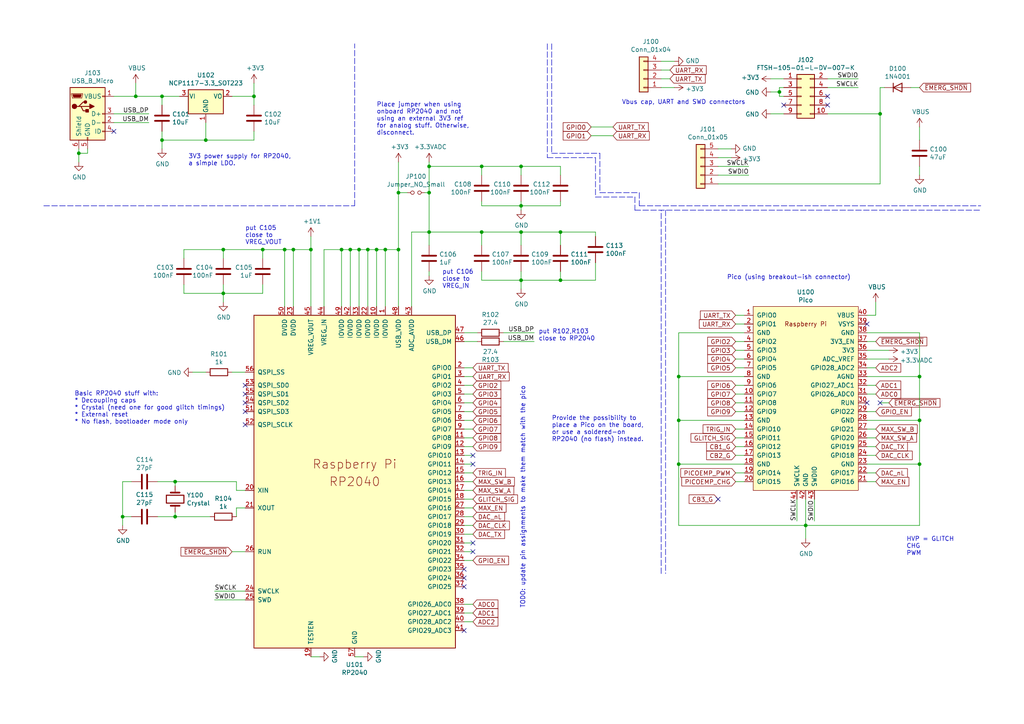
<source format=kicad_sch>
(kicad_sch (version 20211123) (generator eeschema)
  (paper "A4")
  (lib_symbols
    (symbol "Connector:USB_B_Micro" (pin_names (offset 1.016))
      (property "Reference" "J" (at -5.08 11.43 0))
      (property "Value" "USB_B_Micro" (at -5.08 8.89 0))
      (symbol "USB_B_Micro_1_1"
        (pin power_out line (at 7.62 5.08 180) (length 2.54) (name "VBUS") (number "1"))
        (pin bidirectional line (at 7.62 -2.54 180) (length 2.54) (name "D-") (number "2"))
        (pin bidirectional line (at 7.62 0 180) (length 2.54) (name "D+") (number "3"))
        (pin passive line (at 7.62 -5.08 180) (length 2.54) (name "ID") (number "4"))
        (pin power_out line (at 0 -10.16 90) (length 2.54) (name "GND") (number "5"))
        (pin passive line (at -2.54 -10.16 90) (length 2.54) (name "Shield") (number "6"))
      )
    )
    (symbol "Connector_Generic:Conn_01x04" (pin_names (offset 1.016) hide)
      (property "Reference" "J" (at 0 5.08 0))
      (property "Value" "Conn_01x04" (at 0 -7.62 0))
      (symbol "Conn_01x04_1_1"
        (pin passive line (at -5.08 2.54 0) (length 3.81) (name "Pin_1") (number "1"))
        (pin passive line (at -5.08 0 0) (length 3.81) (name "Pin_2") (number "2"))
        (pin passive line (at -5.08 -2.54 0) (length 3.81) (name "Pin_3") (number "3"))
        (pin passive line (at -5.08 -5.08 0) (length 3.81) (name "Pin_4") (number "4"))
      )
    )
    (symbol "Connector_Generic:Conn_01x05" (pin_names (offset 1.016) hide)
      (property "Reference" "J" (at 0 7.62 0))
      (property "Value" "Conn_01x05" (at 0 -7.62 0))
      (symbol "Conn_01x05_1_1"
        (pin passive line (at -5.08 5.08 0) (length 3.81) (name "Pin_1") (number "1"))
        (pin passive line (at -5.08 2.54 0) (length 3.81) (name "Pin_2") (number "2"))
        (pin passive line (at -5.08 0 0) (length 3.81) (name "Pin_3") (number "3"))
        (pin passive line (at -5.08 -2.54 0) (length 3.81) (name "Pin_4") (number "4"))
        (pin passive line (at -5.08 -5.08 0) (length 3.81) (name "Pin_5") (number "5"))
      )
    )
    (symbol "Connector_Generic:Conn_02x05_Odd_Even" (pin_names (offset 1.016) hide)
      (property "Reference" "J" (at 1.27 7.62 0))
      (property "Value" "Conn_02x05_Odd_Even" (at 1.27 -7.62 0))
      (symbol "Conn_02x05_Odd_Even_1_1"
        (pin passive line (at -5.08 5.08 0) (length 3.81) (name "Pin_1") (number "1"))
        (pin passive line (at 7.62 -5.08 180) (length 3.81) (name "Pin_10") (number "10"))
        (pin passive line (at 7.62 5.08 180) (length 3.81) (name "Pin_2") (number "2"))
        (pin passive line (at -5.08 2.54 0) (length 3.81) (name "Pin_3") (number "3"))
        (pin passive line (at 7.62 2.54 180) (length 3.81) (name "Pin_4") (number "4"))
        (pin passive line (at -5.08 0 0) (length 3.81) (name "Pin_5") (number "5"))
        (pin passive line (at 7.62 0 180) (length 3.81) (name "Pin_6") (number "6"))
        (pin passive line (at -5.08 -2.54 0) (length 3.81) (name "Pin_7") (number "7"))
        (pin passive line (at 7.62 -2.54 180) (length 3.81) (name "Pin_8") (number "8"))
        (pin passive line (at -5.08 -5.08 0) (length 3.81) (name "Pin_9") (number "9"))
      )
    )
    (symbol "Device:C" (pin_numbers hide) (pin_names (offset 0.254))
      (property "Reference" "C" (at 0.635 2.54 0))
      (property "Value" "C" (at 0.635 -2.54 0))
      (symbol "C_1_1"
        (pin passive line (at 0 3.81 270) (length 2.794) (name "~") (number "1"))
        (pin passive line (at 0 -3.81 90) (length 2.794) (name "~") (number "2"))
      )
    )
    (symbol "Device:Crystal" (pin_numbers hide) (pin_names (offset 1.016) hide)
      (property "Reference" "Y" (at 0 3.81 0))
      (property "Value" "Crystal" (at 0 -3.81 0))
      (symbol "Crystal_1_1"
        (pin passive line (at -3.81 0 0) (length 1.27) (name "1") (number "1"))
        (pin passive line (at 3.81 0 180) (length 1.27) (name "2") (number "2"))
      )
    )
    (symbol "Device:D" (pin_numbers hide) (pin_names (offset 1.016) hide)
      (property "Reference" "D" (at 0 2.54 0))
      (property "Value" "D" (at 0 -2.54 0))
      (symbol "D_1_1"
        (pin passive line (at -3.81 0 0) (length 2.54) (name "K") (number "1"))
        (pin passive line (at 3.81 0 180) (length 2.54) (name "A") (number "2"))
      )
    )
    (symbol "Device:Jumper_NO_Small" (pin_numbers hide) (pin_names (offset 0.762) hide)
      (property "Reference" "JP" (at 0 2.032 0))
      (property "Value" "Device_Jumper_NO_Small" (at 0.254 -1.524 0))
      (symbol "Jumper_NO_Small_0_1"
        (pin passive line (at -2.54 0 0) (length 1.016) (name "1") (number "1"))
        (pin passive line (at 2.54 0 180) (length 1.016) (name "2") (number "2"))
      )
    )
    (symbol "Device:R" (pin_numbers hide) (pin_names (offset 0))
      (property "Reference" "R" (at 2.032 0 90))
      (property "Value" "R" (at 0 0 90))
      (symbol "R_1_1"
        (pin passive line (at 0 3.81 270) (length 1.27) (name "~") (number "1"))
        (pin passive line (at 0 -3.81 90) (length 1.27) (name "~") (number "2"))
      )
    )
    (symbol "MCU_RaspberryPi_and_Boards:Pico" (pin_names (offset 1.016))
      (property "Reference" "U" (at -13.97 27.94 0))
      (property "Value" "Pico" (at 0 19.05 0))
      (symbol "Pico_0_0"
        (text "Raspberry Pi" (at 0 21.59 0) (effects (font (size 1.27 1.27))))
      )
      (symbol "Pico_1_1"
        (pin bidirectional line (at -17.78 24.13 0) (length 2.54) (name "GPIO0") (number "1"))
        (pin bidirectional line (at -17.78 1.27 0) (length 2.54) (name "GPIO7") (number "10"))
        (pin bidirectional line (at -17.78 -1.27 0) (length 2.54) (name "GPIO8") (number "11"))
        (pin bidirectional line (at -17.78 -3.81 0) (length 2.54) (name "GPIO9") (number "12"))
        (pin power_in line (at -17.78 -6.35 0) (length 2.54) (name "GND") (number "13"))
        (pin bidirectional line (at -17.78 -8.89 0) (length 2.54) (name "GPIO10") (number "14"))
        (pin bidirectional line (at -17.78 -11.43 0) (length 2.54) (name "GPIO11") (number "15"))
        (pin bidirectional line (at -17.78 -13.97 0) (length 2.54) (name "GPIO12") (number "16"))
        (pin bidirectional line (at -17.78 -16.51 0) (length 2.54) (name "GPIO13") (number "17"))
        (pin power_in line (at -17.78 -19.05 0) (length 2.54) (name "GND") (number "18"))
        (pin bidirectional line (at -17.78 -21.59 0) (length 2.54) (name "GPIO14") (number "19"))
        (pin bidirectional line (at -17.78 21.59 0) (length 2.54) (name "GPIO1") (number "2"))
        (pin bidirectional line (at -17.78 -24.13 0) (length 2.54) (name "GPIO15") (number "20"))
        (pin bidirectional line (at 17.78 -24.13 180) (length 2.54) (name "GPIO16") (number "21"))
        (pin bidirectional line (at 17.78 -21.59 180) (length 2.54) (name "GPIO17") (number "22"))
        (pin power_in line (at 17.78 -19.05 180) (length 2.54) (name "GND") (number "23"))
        (pin bidirectional line (at 17.78 -16.51 180) (length 2.54) (name "GPIO18") (number "24"))
        (pin bidirectional line (at 17.78 -13.97 180) (length 2.54) (name "GPIO19") (number "25"))
        (pin bidirectional line (at 17.78 -11.43 180) (length 2.54) (name "GPIO20") (number "26"))
        (pin bidirectional line (at 17.78 -8.89 180) (length 2.54) (name "GPIO21") (number "27"))
        (pin power_in line (at 17.78 -6.35 180) (length 2.54) (name "GND") (number "28"))
        (pin bidirectional line (at 17.78 -3.81 180) (length 2.54) (name "GPIO22") (number "29"))
        (pin power_in line (at -17.78 19.05 0) (length 2.54) (name "GND") (number "3"))
        (pin input line (at 17.78 -1.27 180) (length 2.54) (name "RUN") (number "30"))
        (pin bidirectional line (at 17.78 1.27 180) (length 2.54) (name "GPIO26_ADC0") (number "31"))
        (pin bidirectional line (at 17.78 3.81 180) (length 2.54) (name "GPIO27_ADC1") (number "32"))
        (pin power_in line (at 17.78 6.35 180) (length 2.54) (name "AGND") (number "33"))
        (pin bidirectional line (at 17.78 8.89 180) (length 2.54) (name "GPIO28_ADC2") (number "34"))
        (pin unspecified line (at 17.78 11.43 180) (length 2.54) (name "ADC_VREF") (number "35"))
        (pin unspecified line (at 17.78 13.97 180) (length 2.54) (name "3V3") (number "36"))
        (pin input line (at 17.78 16.51 180) (length 2.54) (name "3V3_EN") (number "37"))
        (pin bidirectional line (at 17.78 19.05 180) (length 2.54) (name "GND") (number "38"))
        (pin unspecified line (at 17.78 21.59 180) (length 2.54) (name "VSYS") (number "39"))
        (pin bidirectional line (at -17.78 16.51 0) (length 2.54) (name "GPIO2") (number "4"))
        (pin unspecified line (at 17.78 24.13 180) (length 2.54) (name "VBUS") (number "40"))
        (pin input line (at -2.54 -29.21 90) (length 2.54) (name "SWCLK") (number "41"))
        (pin power_in line (at 0 -29.21 90) (length 2.54) (name "GND") (number "42"))
        (pin bidirectional line (at 2.54 -29.21 90) (length 2.54) (name "SWDIO") (number "43"))
        (pin bidirectional line (at -17.78 13.97 0) (length 2.54) (name "GPIO3") (number "5"))
        (pin bidirectional line (at -17.78 11.43 0) (length 2.54) (name "GPIO4") (number "6"))
        (pin bidirectional line (at -17.78 8.89 0) (length 2.54) (name "GPIO5") (number "7"))
        (pin power_in line (at -17.78 6.35 0) (length 2.54) (name "GND") (number "8"))
        (pin bidirectional line (at -17.78 3.81 0) (length 2.54) (name "GPIO6") (number "9"))
      )
    )
    (symbol "MCU_RaspberryPi_and_Boards:RP2040" (pin_names (offset 1.016))
      (property "Reference" "U" (at -29.21 49.53 0))
      (property "Value" "RP2040" (at 24.13 -49.53 0))
      (symbol "RP2040_0_0"
        (text "Raspberry Pi" (at 0 5.08 0) (effects (font (size 2.54 2.54))))
        (text "RP2040" (at 0 0 0) (effects (font (size 2.54 2.54))))
      )
      (symbol "RP2040_1_1"
        (pin power_in line (at 8.89 50.8 270) (length 2.54) (name "IOVDD") (number "1"))
        (pin power_in line (at 6.35 50.8 270) (length 2.54) (name "IOVDD") (number "10"))
        (pin bidirectional line (at 31.75 12.7 180) (length 2.54) (name "GPIO8") (number "11"))
        (pin bidirectional line (at 31.75 10.16 180) (length 2.54) (name "GPIO9") (number "12"))
        (pin bidirectional line (at 31.75 7.62 180) (length 2.54) (name "GPIO10") (number "13"))
        (pin bidirectional line (at 31.75 5.08 180) (length 2.54) (name "GPIO11") (number "14"))
        (pin bidirectional line (at 31.75 2.54 180) (length 2.54) (name "GPIO12") (number "15"))
        (pin bidirectional line (at 31.75 0 180) (length 2.54) (name "GPIO13") (number "16"))
        (pin bidirectional line (at 31.75 -2.54 180) (length 2.54) (name "GPIO14") (number "17"))
        (pin bidirectional line (at 31.75 -5.08 180) (length 2.54) (name "GPIO15") (number "18"))
        (pin passive line (at -12.7 -50.8 90) (length 2.54) (name "TESTEN") (number "19"))
        (pin bidirectional line (at 31.75 33.02 180) (length 2.54) (name "GPIO0") (number "2"))
        (pin input line (at -31.75 -2.54 0) (length 2.54) (name "XIN") (number "20"))
        (pin passive line (at -31.75 -7.62 0) (length 2.54) (name "XOUT") (number "21"))
        (pin power_in line (at 3.81 50.8 270) (length 2.54) (name "IOVDD") (number "22"))
        (pin power_in line (at -17.78 50.8 270) (length 2.54) (name "DVDD") (number "23"))
        (pin output line (at -31.75 -31.75 0) (length 2.54) (name "SWCLK") (number "24"))
        (pin bidirectional line (at -31.75 -34.29 0) (length 2.54) (name "SWD") (number "25"))
        (pin input line (at -31.75 -20.32 0) (length 2.54) (name "RUN") (number "26"))
        (pin bidirectional line (at 31.75 -7.62 180) (length 2.54) (name "GPIO16") (number "27"))
        (pin bidirectional line (at 31.75 -10.16 180) (length 2.54) (name "GPIO17") (number "28"))
        (pin bidirectional line (at 31.75 -12.7 180) (length 2.54) (name "GPIO18") (number "29"))
        (pin bidirectional line (at 31.75 30.48 180) (length 2.54) (name "GPIO1") (number "3"))
        (pin bidirectional line (at 31.75 -15.24 180) (length 2.54) (name "GPIO19") (number "30"))
        (pin bidirectional line (at 31.75 -17.78 180) (length 2.54) (name "GPIO20") (number "31"))
        (pin bidirectional line (at 31.75 -20.32 180) (length 2.54) (name "GPIO21") (number "32"))
        (pin power_in line (at 1.27 50.8 270) (length 2.54) (name "IOVDD") (number "33"))
        (pin bidirectional line (at 31.75 -22.86 180) (length 2.54) (name "GPIO22") (number "34"))
        (pin bidirectional line (at 31.75 -25.4 180) (length 2.54) (name "GPIO23") (number "35"))
        (pin bidirectional line (at 31.75 -27.94 180) (length 2.54) (name "GPIO24") (number "36"))
        (pin bidirectional line (at 31.75 -30.48 180) (length 2.54) (name "GPIO25") (number "37"))
        (pin bidirectional line (at 31.75 -35.56 180) (length 2.54) (name "GPIO26_ADC0") (number "38"))
        (pin bidirectional line (at 31.75 -38.1 180) (length 2.54) (name "GPIO27_ADC1") (number "39"))
        (pin bidirectional line (at 31.75 27.94 180) (length 2.54) (name "GPIO2") (number "4"))
        (pin bidirectional line (at 31.75 -40.64 180) (length 2.54) (name "GPIO28_ADC2") (number "40"))
        (pin bidirectional line (at 31.75 -43.18 180) (length 2.54) (name "GPIO29_ADC3") (number "41"))
        (pin power_in line (at -1.27 50.8 270) (length 2.54) (name "IOVDD") (number "42"))
        (pin power_in line (at 16.51 50.8 270) (length 2.54) (name "ADC_AVDD") (number "43"))
        (pin power_in line (at -8.89 50.8 270) (length 2.54) (name "VREG_IN") (number "44"))
        (pin power_out line (at -12.7 50.8 270) (length 2.54) (name "VREG_VOUT") (number "45"))
        (pin bidirectional line (at 31.75 40.64 180) (length 2.54) (name "USB_DM") (number "46"))
        (pin bidirectional line (at 31.75 43.18 180) (length 2.54) (name "USB_DP") (number "47"))
        (pin power_in line (at 12.7 50.8 270) (length 2.54) (name "USB_VDD") (number "48"))
        (pin power_in line (at -3.81 50.8 270) (length 2.54) (name "IOVDD") (number "49"))
        (pin bidirectional line (at 31.75 25.4 180) (length 2.54) (name "GPIO3") (number "5"))
        (pin power_in line (at -20.32 50.8 270) (length 2.54) (name "DVDD") (number "50"))
        (pin bidirectional line (at -31.75 20.32 0) (length 2.54) (name "QSPI_SD3") (number "51"))
        (pin output line (at -31.75 16.51 0) (length 2.54) (name "QSPI_SCLK") (number "52"))
        (pin bidirectional line (at -31.75 27.94 0) (length 2.54) (name "QSPI_SD0") (number "53"))
        (pin bidirectional line (at -31.75 22.86 0) (length 2.54) (name "QSPI_SD2") (number "54"))
        (pin bidirectional line (at -31.75 25.4 0) (length 2.54) (name "QSPI_SD1") (number "55"))
        (pin bidirectional line (at -31.75 31.75 0) (length 2.54) (name "QSPI_SS") (number "56"))
        (pin power_in line (at 0 -50.8 90) (length 2.54) (name "GND") (number "57"))
        (pin bidirectional line (at 31.75 22.86 180) (length 2.54) (name "GPIO4") (number "6"))
        (pin bidirectional line (at 31.75 20.32 180) (length 2.54) (name "GPIO5") (number "7"))
        (pin bidirectional line (at 31.75 17.78 180) (length 2.54) (name "GPIO6") (number "8"))
        (pin bidirectional line (at 31.75 15.24 180) (length 2.54) (name "GPIO7") (number "9"))
      )
    )
    (symbol "Regulator_Linear:NCP1117-3.3_SOT223" (pin_names (offset 0.254))
      (property "Reference" "U" (at -3.81 3.175 0))
      (property "Value" "NCP1117-3.3_SOT223" (at 0 3.175 0))
      (symbol "NCP1117-3.3_SOT223_1_1"
        (pin power_in line (at 0 -7.62 90) (length 2.54) (name "GND") (number "1"))
        (pin power_out line (at 7.62 0 180) (length 2.54) (name "VO") (number "2"))
        (pin power_in line (at -7.62 0 0) (length 2.54) (name "VI") (number "3"))
      )
    )
    (symbol "power:+1V1" (power) (pin_names (offset 0))
      (property "Value" "+1V1" (at 0 3.556 0))
      (symbol "+1V1_1_1"
        (pin power_in line (at 0 0 90) (length 0) hide (name "+1V1") (number "1"))
      )
    )
    (symbol "power:+3.3VADC" (power) (pin_names (offset 0))
      (property "Value" "+3.3VADC" (at 0 2.54 0))
      (symbol "+3.3VADC_0_0"
        (pin power_in line (at 0 0 90) (length 0) hide (name "+3.3VADC") (number "1"))
      )
    )
    (symbol "power:+3V3" (power) (pin_names (offset 0))
      (property "Value" "+3V3" (at 0 3.556 0))
      (symbol "+3V3_1_1"
        (pin power_in line (at 0 0 90) (length 0) hide (name "+3V3") (number "1"))
      )
    )
    (symbol "power:GND" (power) (pin_names (offset 0))
      (property "Value" "GND" (at 0 -3.81 0))
      (symbol "GND_1_1"
        (pin power_in line (at 0 0 270) (length 0) hide (name "GND") (number "1"))
      )
    )
    (symbol "power:VBUS" (power) (pin_names (offset 0))
      (property "Value" "VBUS" (at 0 3.81 0))
      (symbol "VBUS_1_1"
        (pin power_in line (at 0 0 90) (length 0) hide (name "VBUS") (number "1"))
      )
    )
  )
  (junction (at 233.68 152.4))
  (junction (at 151.13 81.28))
  (junction (at 82.55 72.39))
  (junction (at 266.7 109.22))
  (junction (at 90.17 72.39))
  (junction (at 59.69 40.64))
  (junction (at 162.56 67.31))
  (junction (at 104.14 72.39))
  (junction (at 106.68 72.39))
  (junction (at 115.57 55.88))
  (junction (at 124.46 55.88))
  (junction (at 196.85 134.62))
  (junction (at 76.2 72.39))
  (junction (at 255.27 33.02))
  (junction (at 111.76 72.39))
  (junction (at 109.22 72.39))
  (junction (at 139.7 67.31))
  (junction (at 99.06 72.39))
  (junction (at 115.57 72.39))
  (junction (at 46.99 40.64))
  (junction (at 139.7 48.26))
  (junction (at 124.46 67.31))
  (junction (at 39.37 27.94))
  (junction (at 196.85 109.22))
  (junction (at 124.46 48.26))
  (junction (at 50.8 139.7))
  (junction (at 266.7 121.92))
  (junction (at 266.7 134.62))
  (junction (at 151.13 59.69))
  (junction (at 50.8 149.86))
  (junction (at 22.86 44.45))
  (junction (at 64.77 85.09))
  (junction (at 85.09 72.39))
  (junction (at 151.13 67.31))
  (junction (at 226.06 26.67))
  (junction (at 151.13 48.26))
  (junction (at 35.56 149.86))
  (junction (at 64.77 72.39))
  (junction (at 196.85 121.92))
  (junction (at 101.6 72.39))
  (junction (at 73.66 27.94))
  (junction (at 46.99 27.94))
  (junction (at 162.56 81.28))
  (no_connect (at 251.46 116.84))
  (no_connect (at 134.62 170.18))
  (no_connect (at 134.62 182.88))
  (no_connect (at 71.12 114.3))
  (no_connect (at 71.12 123.19))
  (no_connect (at 227.33 30.48))
  (no_connect (at 137.16 160.02))
  (no_connect (at 33.02 38.1))
  (no_connect (at 255.27 116.84))
  (no_connect (at 71.12 111.76))
  (no_connect (at 240.03 27.94))
  (no_connect (at 134.62 167.64))
  (no_connect (at 251.46 93.98))
  (no_connect (at 137.16 132.08))
  (no_connect (at 137.16 134.62))
  (no_connect (at 137.16 157.48))
  (no_connect (at 208.28 144.78))
  (no_connect (at 134.62 165.1))
  (no_connect (at 71.12 119.38))
  (no_connect (at 240.03 30.48))
  (no_connect (at 71.12 116.84))
  (wire (pts (xy 67.31 107.95) (xy 71.12 107.95)))
  (wire (pts (xy 215.9 129.54) (xy 213.36 129.54)))
  (wire (pts (xy 137.16 157.48) (xy 134.62 157.48)))
  (wire (pts (xy 115.57 55.88) (xy 115.57 72.39)))
  (wire (pts (xy 139.7 67.31) (xy 151.13 67.31)))
  (wire (pts (xy 71.12 142.24) (xy 68.58 142.24)))
  (wire (pts (xy 226.06 26.67) (xy 223.52 26.67)))
  (wire (pts (xy 53.34 85.09) (xy 53.34 82.55)))
  (wire (pts (xy 53.34 72.39) (xy 64.77 72.39)))
  (wire (pts (xy 196.85 121.92) (xy 196.85 134.62)))
  (wire (pts (xy 251.46 132.08) (xy 254 132.08)))
  (wire (pts (xy 134.62 106.68) (xy 137.16 106.68)))
  (wire (pts (xy 151.13 59.69) (xy 162.56 59.69)))
  (wire (pts (xy 266.7 134.62) (xy 266.7 121.92)))
  (wire (pts (xy 134.62 119.38) (xy 137.16 119.38)))
  (wire (pts (xy 139.7 81.28) (xy 139.7 78.74)))
  (wire (pts (xy 146.05 96.52) (xy 154.94 96.52)))
  (wire (pts (xy 215.9 96.52) (xy 196.85 96.52)))
  (wire (pts (xy 266.7 40.64) (xy 266.7 36.83)))
  (polyline (pts (xy 185.42 55.88) (xy 185.42 59.69)))
  (wire (pts (xy 233.68 152.4) (xy 233.68 156.21)))
  (wire (pts (xy 226.06 27.94) (xy 227.33 27.94)))
  (polyline (pts (xy 173.99 44.45) (xy 173.99 55.88)))
  (wire (pts (xy 226.06 26.67) (xy 226.06 27.94)))
  (wire (pts (xy 50.8 140.97) (xy 50.8 139.7)))
  (wire (pts (xy 134.62 111.76) (xy 137.16 111.76)))
  (wire (pts (xy 137.16 124.46) (xy 134.62 124.46)))
  (wire (pts (xy 73.66 27.94) (xy 73.66 30.48)))
  (wire (pts (xy 134.62 132.08) (xy 137.16 132.08)))
  (wire (pts (xy 213.36 119.38) (xy 215.9 119.38)))
  (wire (pts (xy 162.56 59.69) (xy 162.56 58.42)))
  (wire (pts (xy 76.2 72.39) (xy 76.2 74.93)))
  (wire (pts (xy 171.45 36.83) (xy 177.8 36.83)))
  (wire (pts (xy 119.38 67.31) (xy 119.38 88.9)))
  (wire (pts (xy 257.81 101.6) (xy 251.46 101.6)))
  (wire (pts (xy 134.62 137.16) (xy 137.16 137.16)))
  (wire (pts (xy 266.7 50.8) (xy 266.7 48.26)))
  (wire (pts (xy 196.85 121.92) (xy 196.85 109.22)))
  (wire (pts (xy 151.13 81.28) (xy 139.7 81.28)))
  (wire (pts (xy 251.46 111.76) (xy 254 111.76)))
  (wire (pts (xy 137.16 177.8) (xy 134.62 177.8)))
  (wire (pts (xy 266.7 109.22) (xy 251.46 109.22)))
  (wire (pts (xy 171.45 39.37) (xy 177.8 39.37)))
  (wire (pts (xy 137.16 144.78) (xy 134.62 144.78)))
  (wire (pts (xy 45.72 149.86) (xy 50.8 149.86)))
  (polyline (pts (xy 158.75 12.7) (xy 158.75 45.72)))
  (polyline (pts (xy 172.72 57.15) (xy 184.15 57.15)))
  (wire (pts (xy 213.36 106.68) (xy 215.9 106.68)))
  (wire (pts (xy 208.28 53.34) (xy 255.27 53.34)))
  (wire (pts (xy 137.16 162.56) (xy 134.62 162.56)))
  (wire (pts (xy 73.66 40.64) (xy 73.66 38.1)))
  (wire (pts (xy 213.36 139.7) (xy 215.9 139.7)))
  (wire (pts (xy 162.56 81.28) (xy 151.13 81.28)))
  (wire (pts (xy 151.13 78.74) (xy 151.13 81.28)))
  (wire (pts (xy 255.27 53.34) (xy 255.27 33.02)))
  (wire (pts (xy 124.46 55.88) (xy 124.46 67.31)))
  (wire (pts (xy 52.07 27.94) (xy 46.99 27.94)))
  (wire (pts (xy 134.62 147.32) (xy 137.16 147.32)))
  (wire (pts (xy 46.99 43.18) (xy 46.99 40.64)))
  (wire (pts (xy 46.99 40.64) (xy 59.69 40.64)))
  (wire (pts (xy 139.7 67.31) (xy 139.7 71.12)))
  (wire (pts (xy 172.72 67.31) (xy 172.72 68.58)))
  (wire (pts (xy 111.76 72.39) (xy 115.57 72.39)))
  (wire (pts (xy 137.16 134.62) (xy 134.62 134.62)))
  (wire (pts (xy 105.41 190.5) (xy 102.87 190.5)))
  (wire (pts (xy 257.81 116.84) (xy 255.27 116.84)))
  (wire (pts (xy 124.46 55.88) (xy 124.46 48.26)))
  (wire (pts (xy 233.68 144.78) (xy 233.68 152.4)))
  (wire (pts (xy 101.6 88.9) (xy 101.6 72.39)))
  (wire (pts (xy 35.56 139.7) (xy 38.1 139.7)))
  (wire (pts (xy 251.46 91.44) (xy 254 91.44)))
  (wire (pts (xy 266.7 96.52) (xy 251.46 96.52)))
  (wire (pts (xy 139.7 58.42) (xy 139.7 59.69)))
  (wire (pts (xy 213.36 127) (xy 215.9 127)))
  (wire (pts (xy 255.27 25.4) (xy 255.27 33.02)))
  (wire (pts (xy 139.7 48.26) (xy 139.7 50.8)))
  (wire (pts (xy 134.62 127) (xy 137.16 127)))
  (wire (pts (xy 64.77 72.39) (xy 64.77 74.93)))
  (wire (pts (xy 50.8 139.7) (xy 68.58 139.7)))
  (wire (pts (xy 172.72 76.2) (xy 172.72 81.28)))
  (wire (pts (xy 213.36 132.08) (xy 215.9 132.08)))
  (wire (pts (xy 134.62 121.92) (xy 137.16 121.92)))
  (wire (pts (xy 208.28 48.26) (xy 217.17 48.26)))
  (wire (pts (xy 109.22 72.39) (xy 111.76 72.39)))
  (wire (pts (xy 93.98 88.9) (xy 93.98 72.39)))
  (wire (pts (xy 191.77 17.78) (xy 195.58 17.78)))
  (wire (pts (xy 134.62 99.06) (xy 138.43 99.06)))
  (wire (pts (xy 162.56 78.74) (xy 162.56 81.28)))
  (wire (pts (xy 137.16 149.86) (xy 134.62 149.86)))
  (wire (pts (xy 137.16 116.84) (xy 134.62 116.84)))
  (wire (pts (xy 196.85 109.22) (xy 215.9 109.22)))
  (wire (pts (xy 266.7 121.92) (xy 251.46 121.92)))
  (polyline (pts (xy 158.75 45.72) (xy 172.72 45.72)))
  (wire (pts (xy 240.03 33.02) (xy 255.27 33.02)))
  (polyline (pts (xy 191.77 166.37) (xy 191.77 60.96)))
  (wire (pts (xy 25.4 44.45) (xy 25.4 43.18)))
  (wire (pts (xy 208.28 43.18) (xy 212.09 43.18)))
  (wire (pts (xy 134.62 180.34) (xy 137.16 180.34)))
  (wire (pts (xy 115.57 46.99) (xy 115.57 55.88)))
  (wire (pts (xy 115.57 88.9) (xy 115.57 72.39)))
  (wire (pts (xy 104.14 72.39) (xy 106.68 72.39)))
  (wire (pts (xy 151.13 48.26) (xy 162.56 48.26)))
  (wire (pts (xy 67.31 27.94) (xy 73.66 27.94)))
  (wire (pts (xy 255.27 25.4) (xy 256.54 25.4)))
  (wire (pts (xy 254 119.38) (xy 251.46 119.38)))
  (wire (pts (xy 60.96 149.86) (xy 50.8 149.86)))
  (wire (pts (xy 46.99 40.64) (xy 46.99 38.1)))
  (wire (pts (xy 266.7 152.4) (xy 266.7 134.62)))
  (wire (pts (xy 82.55 72.39) (xy 82.55 88.9)))
  (wire (pts (xy 68.58 139.7) (xy 68.58 142.24)))
  (wire (pts (xy 33.02 33.02) (xy 43.18 33.02)))
  (wire (pts (xy 264.16 25.4) (xy 266.7 25.4)))
  (wire (pts (xy 254 137.16) (xy 251.46 137.16)))
  (wire (pts (xy 64.77 85.09) (xy 76.2 85.09)))
  (polyline (pts (xy 160.02 44.45) (xy 173.99 44.45)))
  (wire (pts (xy 196.85 152.4) (xy 233.68 152.4)))
  (wire (pts (xy 254 91.44) (xy 254 87.63)))
  (wire (pts (xy 146.05 99.06) (xy 154.94 99.06)))
  (wire (pts (xy 35.56 152.4) (xy 35.56 149.86)))
  (wire (pts (xy 123.19 55.88) (xy 124.46 55.88)))
  (wire (pts (xy 139.7 48.26) (xy 151.13 48.26)))
  (wire (pts (xy 68.58 147.32) (xy 71.12 147.32)))
  (wire (pts (xy 118.11 55.88) (xy 115.57 55.88)))
  (wire (pts (xy 134.62 96.52) (xy 138.43 96.52)))
  (wire (pts (xy 233.68 152.4) (xy 266.7 152.4)))
  (wire (pts (xy 124.46 71.12) (xy 124.46 67.31)))
  (wire (pts (xy 240.03 25.4) (xy 248.92 25.4)))
  (wire (pts (xy 134.62 160.02) (xy 137.16 160.02)))
  (wire (pts (xy 99.06 72.39) (xy 101.6 72.39)))
  (wire (pts (xy 39.37 24.13) (xy 39.37 27.94)))
  (wire (pts (xy 38.1 149.86) (xy 35.56 149.86)))
  (polyline (pts (xy 185.42 59.69) (xy 284.48 59.69)))
  (wire (pts (xy 226.06 25.4) (xy 226.06 26.67)))
  (wire (pts (xy 162.56 67.31) (xy 172.72 67.31)))
  (wire (pts (xy 240.03 22.86) (xy 248.92 22.86)))
  (wire (pts (xy 101.6 72.39) (xy 104.14 72.39)))
  (wire (pts (xy 251.46 127) (xy 254 127)))
  (wire (pts (xy 215.9 124.46) (xy 213.36 124.46)))
  (wire (pts (xy 99.06 88.9) (xy 99.06 72.39)))
  (wire (pts (xy 50.8 149.86) (xy 50.8 148.59)))
  (wire (pts (xy 35.56 149.86) (xy 35.56 139.7)))
  (wire (pts (xy 137.16 154.94) (xy 134.62 154.94)))
  (wire (pts (xy 62.23 171.45) (xy 71.12 171.45)))
  (polyline (pts (xy 184.15 57.15) (xy 184.15 60.96)))
  (wire (pts (xy 227.33 33.02) (xy 223.52 33.02)))
  (wire (pts (xy 64.77 82.55) (xy 64.77 85.09)))
  (wire (pts (xy 151.13 81.28) (xy 151.13 83.82)))
  (wire (pts (xy 137.16 139.7) (xy 134.62 139.7)))
  (wire (pts (xy 151.13 59.69) (xy 151.13 60.96)))
  (wire (pts (xy 134.62 175.26) (xy 137.16 175.26)))
  (polyline (pts (xy 172.72 45.72) (xy 172.72 57.15)))
  (polyline (pts (xy 173.99 55.88) (xy 185.42 55.88)))
  (wire (pts (xy 254 124.46) (xy 251.46 124.46)))
  (wire (pts (xy 213.36 93.98) (xy 215.9 93.98)))
  (wire (pts (xy 137.16 129.54) (xy 134.62 129.54)))
  (wire (pts (xy 62.23 173.99) (xy 71.12 173.99)))
  (wire (pts (xy 162.56 48.26) (xy 162.56 50.8)))
  (wire (pts (xy 106.68 88.9) (xy 106.68 72.39)))
  (wire (pts (xy 124.46 48.26) (xy 139.7 48.26)))
  (polyline (pts (xy 193.04 60.96) (xy 193.04 166.37)))
  (wire (pts (xy 67.31 160.02) (xy 71.12 160.02)))
  (wire (pts (xy 55.88 107.95) (xy 59.69 107.95)))
  (wire (pts (xy 106.68 72.39) (xy 109.22 72.39)))
  (wire (pts (xy 90.17 190.5) (xy 92.71 190.5)))
  (wire (pts (xy 39.37 27.94) (xy 46.99 27.94)))
  (wire (pts (xy 151.13 67.31) (xy 151.13 71.12)))
  (wire (pts (xy 134.62 152.4) (xy 137.16 152.4)))
  (wire (pts (xy 85.09 72.39) (xy 90.17 72.39)))
  (wire (pts (xy 53.34 85.09) (xy 64.77 85.09)))
  (wire (pts (xy 151.13 48.26) (xy 151.13 50.8)))
  (wire (pts (xy 22.86 44.45) (xy 22.86 43.18)))
  (wire (pts (xy 104.14 88.9) (xy 104.14 72.39)))
  (wire (pts (xy 227.33 25.4) (xy 226.06 25.4)))
  (wire (pts (xy 172.72 81.28) (xy 162.56 81.28)))
  (wire (pts (xy 90.17 68.58) (xy 90.17 72.39)))
  (wire (pts (xy 257.81 104.14) (xy 251.46 104.14)))
  (wire (pts (xy 266.7 121.92) (xy 266.7 109.22)))
  (polyline (pts (xy 102.87 59.69) (xy 102.87 12.7)))
  (wire (pts (xy 93.98 72.39) (xy 99.06 72.39)))
  (wire (pts (xy 137.16 109.22) (xy 134.62 109.22)))
  (wire (pts (xy 196.85 134.62) (xy 215.9 134.62)))
  (wire (pts (xy 68.58 149.86) (xy 68.58 147.32)))
  (wire (pts (xy 85.09 72.39) (xy 85.09 88.9)))
  (wire (pts (xy 76.2 72.39) (xy 82.55 72.39)))
  (wire (pts (xy 111.76 88.9) (xy 111.76 72.39)))
  (wire (pts (xy 215.9 137.16) (xy 213.36 137.16)))
  (wire (pts (xy 82.55 72.39) (xy 85.09 72.39)))
  (wire (pts (xy 254 114.3) (xy 251.46 114.3)))
  (wire (pts (xy 227.33 22.86) (xy 223.52 22.86)))
  (wire (pts (xy 64.77 72.39) (xy 76.2 72.39)))
  (wire (pts (xy 33.02 35.56) (xy 43.18 35.56)))
  (wire (pts (xy 215.9 121.92) (xy 196.85 121.92)))
  (wire (pts (xy 254 99.06) (xy 251.46 99.06)))
  (wire (pts (xy 194.31 20.32) (xy 191.77 20.32)))
  (wire (pts (xy 39.37 27.94) (xy 33.02 27.94)))
  (wire (pts (xy 266.7 109.22) (xy 266.7 96.52)))
  (polyline (pts (xy 184.15 60.96) (xy 284.48 60.96)))
  (wire (pts (xy 50.8 139.7) (xy 45.72 139.7)))
  (wire (pts (xy 191.77 25.4) (xy 195.58 25.4)))
  (wire (pts (xy 64.77 85.09) (xy 64.77 87.63)))
  (wire (pts (xy 266.7 134.62) (xy 251.46 134.62)))
  (wire (pts (xy 124.46 67.31) (xy 139.7 67.31)))
  (wire (pts (xy 215.9 99.06) (xy 213.36 99.06)))
  (wire (pts (xy 59.69 40.64) (xy 59.69 35.56)))
  (wire (pts (xy 46.99 27.94) (xy 46.99 30.48)))
  (wire (pts (xy 215.9 101.6) (xy 213.36 101.6)))
  (wire (pts (xy 208.28 45.72) (xy 212.09 45.72)))
  (wire (pts (xy 208.28 50.8) (xy 217.17 50.8)))
  (wire (pts (xy 231.14 144.78) (xy 231.14 151.13)))
  (wire (pts (xy 151.13 67.31) (xy 162.56 67.31)))
  (wire (pts (xy 251.46 139.7) (xy 254 139.7)))
  (wire (pts (xy 196.85 134.62) (xy 196.85 152.4)))
  (wire (pts (xy 151.13 58.42) (xy 151.13 59.69)))
  (wire (pts (xy 215.9 91.44) (xy 213.36 91.44)))
  (wire (pts (xy 139.7 59.69) (xy 151.13 59.69)))
  (wire (pts (xy 134.62 114.3) (xy 137.16 114.3)))
  (wire (pts (xy 213.36 104.14) (xy 215.9 104.14)))
  (wire (pts (xy 124.46 80.01) (xy 124.46 78.74)))
  (wire (pts (xy 162.56 67.31) (xy 162.56 71.12)))
  (wire (pts (xy 76.2 82.55) (xy 76.2 85.09)))
  (wire (pts (xy 196.85 96.52) (xy 196.85 109.22)))
  (wire (pts (xy 191.77 22.86) (xy 194.31 22.86)))
  (wire (pts (xy 215.9 111.76) (xy 213.36 111.76)))
  (wire (pts (xy 251.46 106.68) (xy 254 106.68)))
  (wire (pts (xy 124.46 67.31) (xy 119.38 67.31)))
  (wire (pts (xy 109.22 88.9) (xy 109.22 72.39)))
  (wire (pts (xy 53.34 74.93) (xy 53.34 72.39)))
  (wire (pts (xy 254 129.54) (xy 251.46 129.54)))
  (wire (pts (xy 59.69 40.64) (xy 73.66 40.64)))
  (wire (pts (xy 22.86 44.45) (xy 25.4 44.45)))
  (wire (pts (xy 22.86 46.99) (xy 22.86 44.45)))
  (wire (pts (xy 134.62 142.24) (xy 137.16 142.24)))
  (wire (pts (xy 73.66 27.94) (xy 73.66 24.13)))
  (wire (pts (xy 124.46 48.26) (xy 124.46 46.99)))
  (wire (pts (xy 215.9 116.84) (xy 213.36 116.84)))
  (wire (pts (xy 90.17 72.39) (xy 90.17 88.9)))
  (wire (pts (xy 236.22 144.78) (xy 236.22 151.13)))
  (wire (pts (xy 213.36 114.3) (xy 215.9 114.3)))
  (polyline (pts (xy 160.02 12.7) (xy 160.02 44.45)))
  (polyline (pts (xy 12.7 59.69) (xy 102.87 59.69)))
  (text "Place jumper when using\nonboard RP2040 and not\nusing an external 3V3 ref\nfor analog stuff. Otherwise,\ndisconnect." (at 109.22 39.37 0) (effects (font (size 1.27 1.27)) (justify left bottom)))
  (text "TODO: update pin assignments to make them match with the pico" (at 152.4 176.53 90) (effects (font (size 1.27 1.27)) (justify left bottom)))
  (text "put C106\nclose to\nVREG_IN" (at 128.27 83.82 0) (effects (font (size 1.27 1.27)) (justify left bottom)))
  (text "Vbus cap, UART and SWD connectors" (at 180.34 30.48 0) (effects (font (size 1.27 1.27)) (justify left bottom)))
  (text "HVP = GLITCH\nCHG\nPWM" (at 262.89 161.29 0) (effects (font (size 1.27 1.27)) (justify left bottom)))
  (text "put C105\nclose to\nVREG_VOUT" (at 71.12 71.12 0) (effects (font (size 1.27 1.27)) (justify left bottom)))
  (text "Pico (using breakout-ish connector)" (at 210.82 81.28 0) (effects (font (size 1.27 1.27)) (justify left bottom)))
  (text "3V3 power supply for RP2040,\na simple LDO." (at 54.61 48.26 0) (effects (font (size 1.27 1.27)) (justify left bottom)))
  (text "put R102,R103\nclose to RP2040" (at 156.21 99.06 0) (effects (font (size 1.27 1.27)) (justify left bottom)))
  (text "Basic RP2040 stuff with:\n* Decoupling caps\n* Crystal (need one for good glitch timings)\n* External reset\n* No flash, bootloader mode only" (at 21.59 123.19 0) (effects (font (size 1.27 1.27)) (justify left bottom)))
  (text "Provide the possibility to\nplace a Pico on the board,\nor use a soldered-on\nRP2040 (no flash) instead." (at 160.02 128.27 0) (effects (font (size 1.27 1.27)) (justify left bottom)))
  (label "SWCLK" (at 217.17 48.26 180))
  (label "USB_DM" (at 43.18 35.56 180))
  (label "SWCLK" (at 62.23 171.45 0))
  (label "USB_DM" (at 154.94 99.06 180))
  (label "SWDIO" (at 236.22 151.13 90))
  (label "SWDIO" (at 248.92 22.86 180))
  (label "USB_DP" (at 43.18 33.02 180))
  (label "SWCLK" (at 248.92 25.4 180))
  (label "USB_DP" (at 154.94 96.52 180))
  (label "SWDIO" (at 62.23 173.99 0))
  (label "SWDIO" (at 217.17 50.8 180))
  (label "SWCLK" (at 231.14 151.13 90))
  (global_label "CB1_G" (shape input) (at 213.36 129.54 180) (property "Intersheet References" "${INTERSHEET_REFS}" (effects hide)))
  (global_label "GPIO2" (shape input) (at 137.16 111.76 0) (property "Intersheet References" "${INTERSHEET_REFS}" (effects hide)))
  (global_label "~{EMERG_SHDN}" (shape input) (at 67.31 160.02 180) (property "Intersheet References" "${INTERSHEET_REFS}" (effects hide)))
  (global_label "ADC0" (shape input) (at 137.16 175.26 0) (property "Intersheet References" "${INTERSHEET_REFS}" (effects hide)))
  (global_label "DAC_nL" (shape input) (at 254 137.16 0) (property "Intersheet References" "${INTERSHEET_REFS}" (effects hide)))
  (global_label "TRIG_IN" (shape input) (at 137.16 137.16 0) (property "Intersheet References" "${INTERSHEET_REFS}" (effects hide)))
  (global_label "ADC2" (shape input) (at 254 106.68 0) (property "Intersheet References" "${INTERSHEET_REFS}" (effects hide)))
  (global_label "TRIG_IN" (shape input) (at 213.36 124.46 180) (property "Intersheet References" "${INTERSHEET_REFS}" (effects hide)))
  (global_label "ADC1" (shape input) (at 137.16 177.8 0) (property "Intersheet References" "${INTERSHEET_REFS}" (effects hide)))
  (global_label "GPIO_EN" (shape input) (at 137.16 162.56 0) (property "Intersheet References" "${INTERSHEET_REFS}" (effects hide)))
  (global_label "MAX_SW_B" (shape input) (at 137.16 139.7 0) (property "Intersheet References" "${INTERSHEET_REFS}" (effects hide)))
  (global_label "GPIO7" (shape input) (at 137.16 124.46 0) (property "Intersheet References" "${INTERSHEET_REFS}" (effects hide)))
  (global_label "MAX_SW_A" (shape input) (at 254 127 0) (property "Intersheet References" "${INTERSHEET_REFS}" (effects hide)))
  (global_label "UART_RX" (shape input) (at 177.8 39.37 0) (property "Intersheet References" "${INTERSHEET_REFS}" (effects hide)))
  (global_label "GPIO5" (shape input) (at 213.36 106.68 180) (property "Intersheet References" "${INTERSHEET_REFS}" (effects hide)))
  (global_label "~{EMERG_SHDN}" (shape input) (at 266.7 25.4 0) (property "Intersheet References" "${INTERSHEET_REFS}" (effects hide)))
  (global_label "GPIO4" (shape input) (at 213.36 104.14 180) (property "Intersheet References" "${INTERSHEET_REFS}" (effects hide)))
  (global_label "MAX_SW_A" (shape input) (at 137.16 142.24 0) (property "Intersheet References" "${INTERSHEET_REFS}" (effects hide)))
  (global_label "GLITCH_SIG" (shape input) (at 137.16 144.78 0) (property "Intersheet References" "${INTERSHEET_REFS}" (effects hide)))
  (global_label "~{EMERG_SHDN}" (shape input) (at 254 99.06 0) (property "Intersheet References" "${INTERSHEET_REFS}" (effects hide)))
  (global_label "GPIO7" (shape input) (at 213.36 114.3 180) (property "Intersheet References" "${INTERSHEET_REFS}" (effects hide)))
  (global_label "CB3_G" (shape input) (at 208.28 144.78 180) (property "Intersheet References" "${INTERSHEET_REFS}" (effects hide)))
  (global_label "ADC1" (shape input) (at 254 111.76 0) (property "Intersheet References" "${INTERSHEET_REFS}" (effects hide)))
  (global_label "~{EMERG_SHDN}" (shape input) (at 257.81 116.84 0) (property "Intersheet References" "${INTERSHEET_REFS}" (effects hide)))
  (global_label "GPIO6" (shape input) (at 137.16 121.92 0) (property "Intersheet References" "${INTERSHEET_REFS}" (effects hide)))
  (global_label "UART_RX" (shape input) (at 213.36 93.98 180) (property "Intersheet References" "${INTERSHEET_REFS}" (effects hide)))
  (global_label "DAC_nL" (shape input) (at 137.16 149.86 0) (property "Intersheet References" "${INTERSHEET_REFS}" (effects hide)))
  (global_label "CB2_G" (shape input) (at 213.36 132.08 180) (property "Intersheet References" "${INTERSHEET_REFS}" (effects hide)))
  (global_label "GPIO3" (shape input) (at 213.36 101.6 180) (property "Intersheet References" "${INTERSHEET_REFS}" (effects hide)))
  (global_label "UART_TX" (shape input) (at 137.16 106.68 0) (property "Intersheet References" "${INTERSHEET_REFS}" (effects hide)))
  (global_label "GPIO6" (shape input) (at 213.36 111.76 180) (property "Intersheet References" "${INTERSHEET_REFS}" (effects hide)))
  (global_label "GPIO8" (shape input) (at 137.16 127 0) (property "Intersheet References" "${INTERSHEET_REFS}" (effects hide)))
  (global_label "DAC_CLK" (shape input) (at 254 132.08 0) (property "Intersheet References" "${INTERSHEET_REFS}" (effects hide)))
  (global_label "GPIO3" (shape input) (at 137.16 114.3 0) (property "Intersheet References" "${INTERSHEET_REFS}" (effects hide)))
  (global_label "DAC_TX" (shape input) (at 254 129.54 0) (property "Intersheet References" "${INTERSHEET_REFS}" (effects hide)))
  (global_label "DAC_TX" (shape input) (at 137.16 154.94 0) (property "Intersheet References" "${INTERSHEET_REFS}" (effects hide)))
  (global_label "PICOEMP_PWM" (shape input) (at 213.36 137.16 180) (property "Intersheet References" "${INTERSHEET_REFS}" (effects hide)))
  (global_label "GPIO4" (shape input) (at 137.16 116.84 0) (property "Intersheet References" "${INTERSHEET_REFS}" (effects hide)))
  (global_label "UART_TX" (shape input) (at 194.31 22.86 0) (property "Intersheet References" "${INTERSHEET_REFS}" (effects hide)))
  (global_label "GPIO1" (shape input) (at 171.45 39.37 180) (property "Intersheet References" "${INTERSHEET_REFS}" (effects hide)))
  (global_label "ADC2" (shape input) (at 137.16 180.34 0) (property "Intersheet References" "${INTERSHEET_REFS}" (effects hide)))
  (global_label "MAX_EN" (shape input) (at 254 139.7 0) (property "Intersheet References" "${INTERSHEET_REFS}" (effects hide)))
  (global_label "UART_TX" (shape input) (at 177.8 36.83 0) (property "Intersheet References" "${INTERSHEET_REFS}" (effects hide)))
  (global_label "MAX_SW_B" (shape input) (at 254 124.46 0) (property "Intersheet References" "${INTERSHEET_REFS}" (effects hide)))
  (global_label "UART_RX" (shape input) (at 194.31 20.32 0) (property "Intersheet References" "${INTERSHEET_REFS}" (effects hide)))
  (global_label "GPIO2" (shape input) (at 213.36 99.06 180) (property "Intersheet References" "${INTERSHEET_REFS}" (effects hide)))
  (global_label "GPIO9" (shape input) (at 213.36 119.38 180) (property "Intersheet References" "${INTERSHEET_REFS}" (effects hide)))
  (global_label "GPIO9" (shape input) (at 137.16 129.54 0) (property "Intersheet References" "${INTERSHEET_REFS}" (effects hide)))
  (global_label "GPIO8" (shape input) (at 213.36 116.84 180) (property "Intersheet References" "${INTERSHEET_REFS}" (effects hide)))
  (global_label "ADC0" (shape input) (at 254 114.3 0) (property "Intersheet References" "${INTERSHEET_REFS}" (effects hide)))
  (global_label "GPIO0" (shape input) (at 171.45 36.83 180) (property "Intersheet References" "${INTERSHEET_REFS}" (effects hide)))
  (global_label "GPIO_EN" (shape input) (at 254 119.38 0) (property "Intersheet References" "${INTERSHEET_REFS}" (effects hide)))
  (global_label "MAX_EN" (shape input) (at 137.16 147.32 0) (property "Intersheet References" "${INTERSHEET_REFS}" (effects hide)))
  (global_label "GPIO5" (shape input) (at 137.16 119.38 0) (property "Intersheet References" "${INTERSHEET_REFS}" (effects hide)))
  (global_label "PICOEMP_CHG" (shape input) (at 213.36 139.7 180) (property "Intersheet References" "${INTERSHEET_REFS}" (effects hide)))
  (global_label "GLITCH_SIG" (shape input) (at 213.36 127 180) (property "Intersheet References" "${INTERSHEET_REFS}" (effects hide)))
  (global_label "UART_TX" (shape input) (at 213.36 91.44 180) (property "Intersheet References" "${INTERSHEET_REFS}" (effects hide)))
  (global_label "UART_RX" (shape input) (at 137.16 109.22 0) (property "Intersheet References" "${INTERSHEET_REFS}" (effects hide)))
  (global_label "DAC_CLK" (shape input) (at 137.16 152.4 0) (property "Intersheet References" "${INTERSHEET_REFS}" (effects hide)))
  (symbol (lib_id "MCU_RaspberryPi_and_Boards:Pico") (at 233.68 115.57 0) (unit 1)
    (property "Reference" "U100" (at 233.68 84.709 0))
    (property "Value" "Pico" (at 233.68 87.0204 0))
    (property "Footprint" "MCU_RaspberryPi_and_Boards:RPi_Pico_SMD_TH" (effects hide))
  )
  (symbol (lib_id "MCU_RaspberryPi_and_Boards:RP2040") (at 102.87 139.7 0) (unit 1) (in_bom no) (on_board no)
    (property "Reference" "U101" (at 102.87 192.7606 0))
    (property "Value" "RP2040" (at 102.87 195.072 0))
    (property "Footprint" "MCU_RaspberryPi_and_Boards:RP2040-QFN-56" (effects hide))
  )
  (symbol (lib_id "power:GND") (at 233.68 156.21 0) (unit 1)
    (property "Reference" "#PWR0102" (effects hide))
    (property "Value" "GND" (at 233.807 160.6042 0))
  )
  (symbol (lib_id "power:VBUS") (at 254 87.63 0) (unit 1)
    (property "Reference" "#PWR0103" (effects hide))
    (property "Value" "VBUS" (at 254.381 83.2358 0))
  )
  (symbol (lib_id "power:+3V3") (at 257.81 101.6 270) (unit 1)
    (property "Reference" "#PWR0104" (effects hide))
    (property "Value" "+3V3" (at 261.0612 101.981 90) (effects (justify left)))
  )
  (symbol (lib_id "power:+3.3VADC") (at 257.81 104.14 270) (unit 1)
    (property "Reference" "#PWR0105" (effects hide))
    (property "Value" "+3.3VADC" (at 261.0612 104.521 90) (effects (justify left)))
  )
  (symbol (lib_id "power:VBUS") (at 266.7 36.83 0) (unit 1)
    (property "Reference" "#PWR0106" (effects hide))
    (property "Value" "VBUS" (at 267.081 32.4358 0))
  )
  (symbol (lib_id "Device:C") (at 266.7 44.45 0) (unit 1)
    (property "Reference" "C100" (at 269.621 43.2816 0) (effects (justify left)))
    (property "Value" "47uF" (at 269.621 45.593 0) (effects (justify left)))
    (property "Footprint" "Capacitor_THT:CP_Radial_D4.0mm_P2.00mm" (effects hide))
  )
  (symbol (lib_id "power:GND") (at 266.7 50.8 0) (unit 1)
    (property "Reference" "#PWR0107" (effects hide))
    (property "Value" "GND" (at 266.827 55.1942 0))
  )
  (symbol (lib_id "Device:D") (at 260.35 25.4 0) (unit 1)
    (property "Reference" "D100" (at 260.35 19.8882 0))
    (property "Value" "1N4001" (at 260.35 22.1996 0))
    (property "Footprint" "Diode_SMD:D_SOD-123" (effects hide))
  )
  (symbol (lib_id "Connector_Generic:Conn_02x05_Odd_Even") (at 232.41 27.94 0) (unit 1)
    (property "Reference" "J102" (at 233.68 17.3482 0))
    (property "Value" "FTSH-105-01-L-DV-007-K" (at 233.68 19.6596 0))
    (property "Footprint" "lethalbit-connectors:FTSH-105-01-L-DV-K-TR" (effects hide))
  )
  (symbol (lib_id "power:+3V3") (at 223.52 22.86 90) (unit 1)
    (property "Reference" "#PWR0112" (effects hide))
    (property "Value" "+3V3" (at 220.2688 22.479 90) (effects (justify left)))
  )
  (symbol (lib_id "power:GND") (at 223.52 26.67 270) (unit 1)
    (property "Reference" "#PWR0113" (effects hide))
    (property "Value" "GND" (at 220.2688 26.797 90) (effects (justify right)))
  )
  (symbol (lib_id "power:GND") (at 223.52 33.02 270) (unit 1)
    (property "Reference" "#PWR0114" (effects hide))
    (property "Value" "GND" (at 220.2688 33.147 90) (effects (justify right)))
  )
  (symbol (lib_id "Connector:USB_B_Micro") (at 25.4 33.02 0) (unit 1) (in_bom no) (on_board no)
    (property "Reference" "J103" (at 26.8478 21.1582 0))
    (property "Value" "USB_B_Micro" (at 26.8478 23.4696 0))
    (property "Footprint" "Connector_USB:USB_Micro-B_Wuerth_629105150521" (effects hide))
  )
  (symbol (lib_id "Regulator_Linear:NCP1117-3.3_SOT223") (at 59.69 27.94 0) (unit 1) (in_bom no) (on_board no)
    (property "Reference" "U102" (at 59.69 21.7932 0))
    (property "Value" "NCP1117-3.3_SOT223" (at 59.69 24.1046 0))
    (property "Footprint" "Package_TO_SOT_SMD:SOT-223-3_TabPin2" (effects hide))
    (property "Datasheet" "http://www.onsemi.com/pub_link/Collateral/NCP1117-D.PDF" (effects hide))
  )
  (symbol (lib_id "power:VBUS") (at 39.37 24.13 0) (unit 1)
    (property "Reference" "#PWR0115" (effects hide))
    (property "Value" "VBUS" (at 39.751 19.7358 0))
  )
  (symbol (lib_id "power:GND") (at 22.86 46.99 0) (unit 1)
    (property "Reference" "#PWR0116" (effects hide))
    (property "Value" "GND" (at 22.987 51.3842 0))
  )
  (symbol (lib_id "Device:C") (at 46.99 34.29 0) (unit 1) (in_bom no) (on_board no)
    (property "Reference" "C101" (at 49.911 33.1216 0) (effects (justify left)))
    (property "Value" "10uF" (at 49.911 35.433 0) (effects (justify left)))
    (property "Footprint" "Capacitor_SMD:C_0603_1608Metric_Pad1.08x0.95mm_HandSolder" (effects hide))
  )
  (symbol (lib_id "power:GND") (at 46.99 43.18 0) (unit 1)
    (property "Reference" "#PWR0117" (effects hide))
    (property "Value" "GND" (at 47.117 47.5742 0))
  )
  (symbol (lib_id "Device:C") (at 73.66 34.29 0) (unit 1) (in_bom no) (on_board no)
    (property "Reference" "C102" (at 76.581 33.1216 0) (effects (justify left)))
    (property "Value" "10uF" (at 76.581 35.433 0) (effects (justify left)))
    (property "Footprint" "Capacitor_SMD:C_0603_1608Metric_Pad1.08x0.95mm_HandSolder" (effects hide))
  )
  (symbol (lib_id "power:+3V3") (at 73.66 24.13 0) (unit 1)
    (property "Reference" "#PWR0118" (effects hide))
    (property "Value" "+3V3" (at 74.041 19.7358 0))
  )
  (symbol (lib_id "power:GND") (at 92.71 190.5 90) (unit 1)
    (property "Reference" "#PWR0119" (effects hide))
    (property "Value" "GND" (at 97.1042 190.373 0))
  )
  (symbol (lib_id "power:GND") (at 105.41 190.5 90) (unit 1)
    (property "Reference" "#PWR0120" (effects hide))
    (property "Value" "GND" (at 109.8042 190.373 0))
  )
  (symbol (lib_id "Device:C") (at 64.77 78.74 0) (mirror y) (unit 1) (in_bom no) (on_board no)
    (property "Reference" "C104" (at 61.849 77.5716 0) (effects (justify left)))
    (property "Value" "100nF" (at 61.849 79.883 0) (effects (justify left)))
    (property "Footprint" "Capacitor_SMD:C_0603_1608Metric_Pad1.08x0.95mm_HandSolder" (effects hide))
  )
  (symbol (lib_id "Device:C") (at 76.2 78.74 0) (mirror y) (unit 1) (in_bom no) (on_board no)
    (property "Reference" "C105" (at 73.279 77.5716 0) (effects (justify left)))
    (property "Value" "1uF" (at 73.279 79.883 0) (effects (justify left)))
    (property "Footprint" "Capacitor_SMD:C_0603_1608Metric_Pad1.08x0.95mm_HandSolder" (effects hide))
  )
  (symbol (lib_id "Device:C") (at 53.34 78.74 0) (mirror y) (unit 1) (in_bom no) (on_board no)
    (property "Reference" "C103" (at 50.419 77.5716 0) (effects (justify left)))
    (property "Value" "100nF" (at 50.419 79.883 0) (effects (justify left)))
    (property "Footprint" "Capacitor_SMD:C_0603_1608Metric_Pad1.08x0.95mm_HandSolder" (effects hide))
  )
  (symbol (lib_id "power:GND") (at 64.77 87.63 0) (unit 1)
    (property "Reference" "#PWR0121" (effects hide))
    (property "Value" "GND" (at 64.897 92.0242 0))
  )
  (symbol (lib_id "power:+1V1") (at 90.17 68.58 0) (unit 1)
    (property "Reference" "#PWR0122" (effects hide))
    (property "Value" "+1V1" (at 90.551 64.1858 0))
  )
  (symbol (lib_id "power:+3V3") (at 115.57 46.99 0) (unit 1)
    (property "Reference" "#PWR0123" (effects hide))
    (property "Value" "+3V3" (at 115.951 42.5958 0))
  )
  (symbol (lib_id "power:+3.3VADC") (at 124.46 46.99 0) (unit 1)
    (property "Reference" "#PWR0124" (effects hide))
    (property "Value" "+3.3VADC" (at 124.841 42.5958 0))
  )
  (symbol (lib_id "Device:C") (at 124.46 74.93 0) (unit 1) (in_bom no) (on_board no)
    (property "Reference" "C106" (at 127.381 73.7616 0) (effects (justify left)))
    (property "Value" "1uF" (at 127.381 76.073 0) (effects (justify left)))
    (property "Footprint" "Capacitor_SMD:C_0603_1608Metric_Pad1.08x0.95mm_HandSolder" (effects hide))
  )
  (symbol (lib_id "power:GND") (at 124.46 80.01 0) (unit 1)
    (property "Reference" "#PWR0125" (effects hide))
    (property "Value" "GND" (at 124.587 84.4042 0))
  )
  (symbol (lib_id "Device:C") (at 139.7 74.93 0) (unit 1) (in_bom no) (on_board no)
    (property "Reference" "C107" (at 142.621 73.7616 0) (effects (justify left)))
    (property "Value" "100nF" (at 142.621 76.073 0) (effects (justify left)))
    (property "Footprint" "Capacitor_SMD:C_0603_1608Metric_Pad1.08x0.95mm_HandSolder" (effects hide))
  )
  (symbol (lib_id "Device:C") (at 151.13 74.93 0) (unit 1) (in_bom no) (on_board no)
    (property "Reference" "C109" (at 154.051 73.7616 0) (effects (justify left)))
    (property "Value" "100nF" (at 154.051 76.073 0) (effects (justify left)))
    (property "Footprint" "Capacitor_SMD:C_0603_1608Metric_Pad1.08x0.95mm_HandSolder" (effects hide))
  )
  (symbol (lib_id "Device:C") (at 162.56 74.93 0) (unit 1) (in_bom no) (on_board no)
    (property "Reference" "C111" (at 165.481 73.7616 0) (effects (justify left)))
    (property "Value" "100nF" (at 165.481 76.073 0) (effects (justify left)))
    (property "Footprint" "Capacitor_SMD:C_0603_1608Metric_Pad1.08x0.95mm_HandSolder" (effects hide))
  )
  (symbol (lib_id "Device:C") (at 139.7 54.61 0) (mirror y) (unit 1) (in_bom no) (on_board no)
    (property "Reference" "C108" (at 136.779 53.4416 0) (effects (justify left)))
    (property "Value" "100nF" (at 136.779 55.753 0) (effects (justify left)))
    (property "Footprint" "Capacitor_SMD:C_0603_1608Metric_Pad1.08x0.95mm_HandSolder" (effects hide))
  )
  (symbol (lib_id "Device:C") (at 151.13 54.61 0) (mirror y) (unit 1) (in_bom no) (on_board no)
    (property "Reference" "C110" (at 148.209 53.4416 0) (effects (justify left)))
    (property "Value" "100nF" (at 148.209 55.753 0) (effects (justify left)))
    (property "Footprint" "Capacitor_SMD:C_0603_1608Metric_Pad1.08x0.95mm_HandSolder" (effects hide))
  )
  (symbol (lib_id "Device:C") (at 162.56 54.61 0) (mirror y) (unit 1) (in_bom no) (on_board no)
    (property "Reference" "C112" (at 159.639 53.4416 0) (effects (justify left)))
    (property "Value" "100nF" (at 159.639 55.753 0) (effects (justify left)))
    (property "Footprint" "Capacitor_SMD:C_0603_1608Metric_Pad1.08x0.95mm_HandSolder" (effects hide))
  )
  (symbol (lib_id "Device:C") (at 172.72 72.39 0) (unit 1) (in_bom no) (on_board no)
    (property "Reference" "C113" (at 175.641 71.2216 0) (effects (justify left)))
    (property "Value" "100nF" (at 175.641 73.533 0) (effects (justify left)))
    (property "Footprint" "Capacitor_SMD:C_0603_1608Metric_Pad1.08x0.95mm_HandSolder" (effects hide))
  )
  (symbol (lib_id "power:GND") (at 151.13 83.82 0) (unit 1)
    (property "Reference" "#PWR0126" (effects hide))
    (property "Value" "GND" (at 151.257 88.2142 0))
  )
  (symbol (lib_id "power:GND") (at 151.13 60.96 0) (unit 1)
    (property "Reference" "#PWR0127" (effects hide))
    (property "Value" "GND" (at 151.257 65.3542 0))
  )
  (symbol (lib_id "Device:R") (at 63.5 107.95 270) (unit 1) (in_bom no) (on_board no)
    (property "Reference" "R101" (at 63.5 102.6922 90))
    (property "Value" "1k" (at 63.5 105.0036 90))
    (property "Footprint" "Resistor_SMD:R_0603_1608Metric_Pad0.98x0.95mm_HandSolder" (effects hide))
  )
  (symbol (lib_id "power:GND") (at 55.88 107.95 270) (unit 1)
    (property "Reference" "#PWR0129" (effects hide))
    (property "Value" "GND" (at 52.6288 108.077 90) (effects (justify right)))
  )
  (symbol (lib_id "Device:R") (at 142.24 96.52 270) (unit 1) (in_bom no) (on_board no)
    (property "Reference" "R102" (at 142.24 91.2622 90))
    (property "Value" "27.4" (at 142.24 93.5736 90))
    (property "Footprint" "Resistor_SMD:R_0603_1608Metric_Pad0.98x0.95mm_HandSolder" (effects hide))
  )
  (symbol (lib_id "Device:R") (at 142.24 99.06 270) (mirror x) (unit 1) (in_bom no) (on_board no)
    (property "Reference" "R103" (at 142.24 104.3178 90))
    (property "Value" "27.4" (at 142.24 102.0064 90))
    (property "Footprint" "Resistor_SMD:R_0603_1608Metric_Pad0.98x0.95mm_HandSolder" (effects hide))
  )
  (symbol (lib_id "Device:R") (at 64.77 149.86 270) (unit 1) (in_bom no) (on_board no)
    (property "Reference" "R104" (at 64.77 144.6022 90))
    (property "Value" "1k" (at 64.77 146.9136 90))
    (property "Footprint" "Resistor_SMD:R_0603_1608Metric_Pad0.98x0.95mm_HandSolder" (effects hide))
  )
  (symbol (lib_id "Device:Crystal") (at 50.8 144.78 90) (unit 1) (in_bom no) (on_board no)
    (property "Reference" "Y100" (at 54.1274 143.6116 90) (effects (justify right)))
    (property "Value" "Crystal" (at 54.1274 145.923 90) (effects (justify right)))
    (property "Footprint" "MCU_RaspberryPi_and_Boards:Crystal_SMD_HC49-US" (effects hide))
  )
  (symbol (lib_id "Device:C") (at 41.91 139.7 270) (unit 1) (in_bom no) (on_board no)
    (property "Reference" "C114" (at 41.91 133.2992 90))
    (property "Value" "27pF" (at 41.91 135.6106 90))
    (property "Footprint" "Capacitor_SMD:C_0603_1608Metric_Pad1.08x0.95mm_HandSolder" (effects hide))
  )
  (symbol (lib_id "Device:C") (at 41.91 149.86 270) (unit 1) (in_bom no) (on_board no)
    (property "Reference" "C115" (at 41.91 143.4592 90))
    (property "Value" "27pF" (at 41.91 145.7706 90))
    (property "Footprint" "Capacitor_SMD:C_0603_1608Metric_Pad1.08x0.95mm_HandSolder" (effects hide))
  )
  (symbol (lib_id "power:GND") (at 35.56 152.4 0) (unit 1)
    (property "Reference" "#PWR0130" (effects hide))
    (property "Value" "GND" (at 35.687 156.7942 0))
  )
  (symbol (lib_id "Device:Jumper_NO_Small") (at 120.65 55.88 0) (unit 1) (in_bom no) (on_board no)
    (property "Reference" "JP100" (at 120.65 51.181 0))
    (property "Value" "Jumper_NO_Small" (at 120.65 53.4924 0))
    (property "Footprint" "Connector_PinHeader_2.54mm:PinHeader_1x02_P2.54mm_Vertical" (effects hide))
  )
  (symbol (lib_id "Connector_Generic:Conn_01x04") (at 186.69 22.86 180) (unit 1)
    (property "Reference" "J100" (at 188.7728 12.065 0))
    (property "Value" "Conn_01x04" (at 188.7728 14.3764 0))
    (property "Footprint" "Connector_PinHeader_2.54mm:PinHeader_1x04_P2.54mm_Vertical" (effects hide))
  )
  (symbol (lib_id "power:+3V3") (at 195.58 25.4 270) (unit 1)
    (property "Reference" "#PWR0110" (effects hide))
    (property "Value" "+3V3" (at 198.8312 25.781 90) (effects (justify left)))
  )
  (symbol (lib_id "power:GND") (at 195.58 17.78 90) (unit 1)
    (property "Reference" "#PWR0111" (effects hide))
    (property "Value" "GND" (at 198.8312 17.653 90) (effects (justify right)))
  )
  (symbol (lib_id "Connector_Generic:Conn_01x05") (at 203.2 48.26 180) (unit 1)
    (property "Reference" "J101" (at 205.2828 37.465 0))
    (property "Value" "Conn_01x05" (at 205.2828 39.7764 0))
    (property "Footprint" "Connector_PinHeader_2.54mm:PinHeader_1x05_P2.54mm_Vertical" (effects hide))
  )
  (symbol (lib_id "power:+3V3") (at 212.09 45.72 270) (unit 1)
    (property "Reference" "#PWR0151" (effects hide))
    (property "Value" "+3V3" (at 215.3412 46.101 90) (effects (justify left)))
  )
  (symbol (lib_id "power:GND") (at 212.09 43.18 90) (unit 1)
    (property "Reference" "#PWR0154" (effects hide))
    (property "Value" "GND" (at 215.3412 43.053 90) (effects (justify right)))
  )
)
</source>
